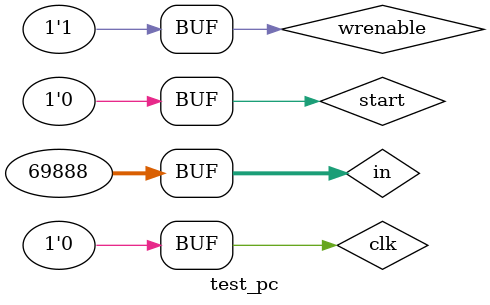
<source format=v>
`include "registers.v"

module test_pc ();
	reg[31:0] in;
	reg wrenable, clk, start;
	wire[31:0] out;

	reg_32_neg dut(in, wrenable, clk, start, out);

	initial begin
	$dumpfile("pc_reg_test.vcd");
	$dumpvars;
	// testing the start function
	in = 32'h00022200;
	wrenable = 1;
	clk = 0;
	start = 1;
	#20
	clk = 1;
	#30
	start = 0;
	#20
	clk = 0;
	#30
	clk = 1;
	wrenable = 1; in = 32'h00011100;
	#30
	clk = 0;
	end
endmodule


</source>
